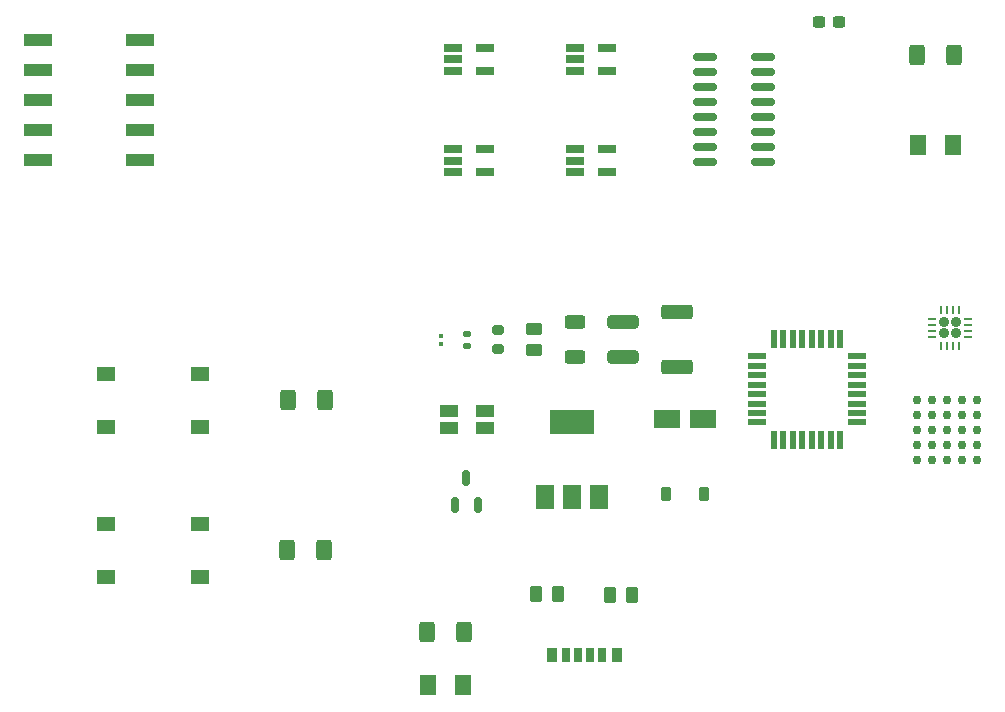
<source format=gbr>
%TF.GenerationSoftware,KiCad,Pcbnew,7.0.10-7.0.10~ubuntu22.04.1*%
%TF.CreationDate,2024-01-07T23:39:05-08:00*%
%TF.ProjectId,smdPracticeBoard,736d6450-7261-4637-9469-6365426f6172,rev?*%
%TF.SameCoordinates,Original*%
%TF.FileFunction,Paste,Top*%
%TF.FilePolarity,Positive*%
%FSLAX46Y46*%
G04 Gerber Fmt 4.6, Leading zero omitted, Abs format (unit mm)*
G04 Created by KiCad (PCBNEW 7.0.10-7.0.10~ubuntu22.04.1) date 2024-01-07 23:39:05*
%MOMM*%
%LPD*%
G01*
G04 APERTURE LIST*
G04 Aperture macros list*
%AMRoundRect*
0 Rectangle with rounded corners*
0 $1 Rounding radius*
0 $2 $3 $4 $5 $6 $7 $8 $9 X,Y pos of 4 corners*
0 Add a 4 corners polygon primitive as box body*
4,1,4,$2,$3,$4,$5,$6,$7,$8,$9,$2,$3,0*
0 Add four circle primitives for the rounded corners*
1,1,$1+$1,$2,$3*
1,1,$1+$1,$4,$5*
1,1,$1+$1,$6,$7*
1,1,$1+$1,$8,$9*
0 Add four rect primitives between the rounded corners*
20,1,$1+$1,$2,$3,$4,$5,0*
20,1,$1+$1,$4,$5,$6,$7,0*
20,1,$1+$1,$6,$7,$8,$9,0*
20,1,$1+$1,$8,$9,$2,$3,0*%
G04 Aperture macros list end*
%ADD10RoundRect,0.250000X-0.400000X-0.625000X0.400000X-0.625000X0.400000X0.625000X-0.400000X0.625000X0*%
%ADD11RoundRect,0.250001X0.462499X0.624999X-0.462499X0.624999X-0.462499X-0.624999X0.462499X-0.624999X0*%
%ADD12R,2.200000X1.600000*%
%ADD13RoundRect,0.225000X0.225000X0.375000X-0.225000X0.375000X-0.225000X-0.375000X0.225000X-0.375000X0*%
%ADD14RoundRect,0.250000X1.075000X-0.362500X1.075000X0.362500X-1.075000X0.362500X-1.075000X-0.362500X0*%
%ADD15RoundRect,0.250000X1.075000X-0.312500X1.075000X0.312500X-1.075000X0.312500X-1.075000X-0.312500X0*%
%ADD16RoundRect,0.250000X0.625000X-0.312500X0.625000X0.312500X-0.625000X0.312500X-0.625000X-0.312500X0*%
%ADD17RoundRect,0.250000X0.450000X-0.262500X0.450000X0.262500X-0.450000X0.262500X-0.450000X-0.262500X0*%
%ADD18RoundRect,0.200000X0.275000X-0.200000X0.275000X0.200000X-0.275000X0.200000X-0.275000X-0.200000X0*%
%ADD19RoundRect,0.062500X-0.062500X-0.275000X0.062500X-0.275000X0.062500X0.275000X-0.062500X0.275000X0*%
%ADD20RoundRect,0.062500X-0.275000X-0.062500X0.275000X-0.062500X0.275000X0.062500X-0.275000X0.062500X0*%
%ADD21RoundRect,0.192500X-0.192500X-0.192500X0.192500X-0.192500X0.192500X0.192500X-0.192500X0.192500X0*%
%ADD22R,1.500000X1.100000*%
%ADD23R,3.800000X2.000000*%
%ADD24R,1.500000X2.000000*%
%ADD25RoundRect,0.150000X0.150000X-0.512500X0.150000X0.512500X-0.150000X0.512500X-0.150000X-0.512500X0*%
%ADD26C,0.750000*%
%ADD27R,1.600000X0.550000*%
%ADD28R,0.550000X1.600000*%
%ADD29RoundRect,0.135000X0.185000X-0.135000X0.185000X0.135000X-0.185000X0.135000X-0.185000X-0.135000X0*%
%ADD30RoundRect,0.079500X0.100500X-0.079500X0.100500X0.079500X-0.100500X0.079500X-0.100500X-0.079500X0*%
%ADD31RoundRect,0.150000X-0.825000X-0.150000X0.825000X-0.150000X0.825000X0.150000X-0.825000X0.150000X0*%
%ADD32R,1.560000X0.650000*%
%ADD33R,1.550000X1.300000*%
%ADD34RoundRect,0.250000X-0.262500X-0.450000X0.262500X-0.450000X0.262500X0.450000X-0.262500X0.450000X0*%
%ADD35RoundRect,0.250000X0.400000X0.625000X-0.400000X0.625000X-0.400000X-0.625000X0.400000X-0.625000X0*%
%ADD36R,2.438400X1.117600*%
%ADD37RoundRect,0.237500X-0.300000X-0.237500X0.300000X-0.237500X0.300000X0.237500X-0.300000X0.237500X0*%
%ADD38RoundRect,0.250000X0.262500X0.450000X-0.262500X0.450000X-0.262500X-0.450000X0.262500X-0.450000X0*%
%ADD39R,0.700000X1.150000*%
%ADD40R,0.800000X1.150000*%
%ADD41R,0.900000X1.150000*%
G04 APERTURE END LIST*
D10*
%TO.C,R3*%
X88845000Y-108520000D03*
X91945000Y-108520000D03*
%TD*%
D11*
%TO.C,D1*%
X91860000Y-112965000D03*
X88885000Y-112965000D03*
%TD*%
D12*
%TO.C,C_POL*%
X112181400Y-90511400D03*
X109181400Y-90511400D03*
%TD*%
D13*
%TO.C,SOD123*%
X112331400Y-96861400D03*
X109031400Y-96861400D03*
%TD*%
D14*
%TO.C,2010*%
X110021000Y-81442500D03*
X110021000Y-86067500D03*
%TD*%
D15*
%TO.C,1210*%
X105463465Y-85217500D03*
X105463465Y-82292500D03*
%TD*%
D16*
%TO.C,1206*%
X101365932Y-85217500D03*
X101365932Y-82292500D03*
%TD*%
D17*
%TO.C,0805*%
X97898399Y-82842500D03*
X97898399Y-84667500D03*
%TD*%
D18*
%TO.C,0603*%
X94820866Y-84580000D03*
X94820866Y-82930000D03*
%TD*%
D19*
%TO.C,QFN16*%
X132373500Y-81222500D03*
X132873500Y-81222500D03*
X133373500Y-81222500D03*
X133873500Y-81222500D03*
D20*
X134636000Y-81985000D03*
X134636000Y-82485000D03*
X134636000Y-82985000D03*
X134636000Y-83485000D03*
D19*
X133873500Y-84247500D03*
X133373500Y-84247500D03*
X132873500Y-84247500D03*
X132373500Y-84247500D03*
D20*
X131611000Y-83485000D03*
X131611000Y-82985000D03*
X131611000Y-82485000D03*
X131611000Y-81985000D03*
D21*
X133598500Y-82260000D03*
X133598500Y-83210000D03*
X132648500Y-83210000D03*
X132648500Y-82260000D03*
%TD*%
D22*
%TO.C,LED3228*%
X90741000Y-91261400D03*
X93741000Y-91261400D03*
X93741000Y-89761400D03*
X90741000Y-89761400D03*
%TD*%
D23*
%TO.C,REF\u002A\u002A*%
X101136200Y-90765000D03*
D24*
X103436200Y-97065000D03*
X101136200Y-97065000D03*
X98836200Y-97065000D03*
%TD*%
D25*
%TO.C,REF\u002A\u002A*%
X91225000Y-97775800D03*
X93125000Y-97775800D03*
X92175000Y-95500800D03*
%TD*%
D26*
%TO.C,BGA-25*%
X135421000Y-93915000D03*
X134151000Y-93915000D03*
X132881000Y-93915000D03*
X131611000Y-93915000D03*
X130341000Y-93915000D03*
X135421000Y-92645000D03*
X134151000Y-92645000D03*
X132881000Y-92645000D03*
X131611000Y-92645000D03*
X130341000Y-92645000D03*
X135421000Y-91375000D03*
X134151000Y-91375000D03*
X132881000Y-91375000D03*
X131611000Y-91375000D03*
X130341000Y-91375000D03*
X135421000Y-90105000D03*
X134151000Y-90105000D03*
X132881000Y-90105000D03*
X131611000Y-90105000D03*
X130341000Y-90105000D03*
X135421000Y-88835000D03*
X134151000Y-88835000D03*
X132881000Y-88835000D03*
X131611000Y-88835000D03*
X130341000Y-88835000D03*
%TD*%
D27*
%TO.C,TQFP-32*%
X116761000Y-85165000D03*
X116761000Y-85965000D03*
X116761000Y-86765000D03*
X116761000Y-87565000D03*
X116761000Y-88365000D03*
X116761000Y-89165000D03*
X116761000Y-89965000D03*
X116761000Y-90765000D03*
D28*
X118211000Y-92215000D03*
X119011000Y-92215000D03*
X119811000Y-92215000D03*
X120611000Y-92215000D03*
X121411000Y-92215000D03*
X122211000Y-92215000D03*
X123011000Y-92215000D03*
X123811000Y-92215000D03*
D27*
X125261000Y-90765000D03*
X125261000Y-89965000D03*
X125261000Y-89165000D03*
X125261000Y-88365000D03*
X125261000Y-87565000D03*
X125261000Y-86765000D03*
X125261000Y-85965000D03*
X125261000Y-85165000D03*
D28*
X123811000Y-83715000D03*
X123011000Y-83715000D03*
X122211000Y-83715000D03*
X121411000Y-83715000D03*
X120611000Y-83715000D03*
X119811000Y-83715000D03*
X119011000Y-83715000D03*
X118211000Y-83715000D03*
%TD*%
D29*
%TO.C,0402*%
X92223333Y-83245000D03*
X92223333Y-84265000D03*
%TD*%
D30*
%TO.C,0201*%
X90005800Y-84100000D03*
X90005800Y-83410000D03*
%TD*%
D31*
%TO.C,U5*%
X112354800Y-59848600D03*
X112354800Y-61118600D03*
X112354800Y-62388600D03*
X112354800Y-63658600D03*
X112354800Y-64928600D03*
X112354800Y-66198600D03*
X112354800Y-67468600D03*
X112354800Y-68738600D03*
X117304800Y-68738600D03*
X117304800Y-67468600D03*
X117304800Y-66198600D03*
X117304800Y-64928600D03*
X117304800Y-63658600D03*
X117304800Y-62388600D03*
X117304800Y-61118600D03*
X117304800Y-59848600D03*
%TD*%
D32*
%TO.C,U1*%
X91026000Y-59081400D03*
X91026000Y-60031400D03*
X91026000Y-60981400D03*
X93726000Y-60981400D03*
X93726000Y-59081400D03*
%TD*%
D33*
%TO.C,SW3*%
X61635000Y-99350000D03*
X69585000Y-99350000D03*
X61635000Y-103850000D03*
X69585000Y-103850000D03*
%TD*%
D34*
%TO.C,R1*%
X98094700Y-105294200D03*
X99919700Y-105294200D03*
%TD*%
D35*
%TO.C,R6*%
X133415000Y-59625000D03*
X130315000Y-59625000D03*
%TD*%
D33*
%TO.C,SW2*%
X61635000Y-86650000D03*
X69585000Y-86650000D03*
X61635000Y-91150000D03*
X69585000Y-91150000D03*
%TD*%
D36*
%TO.C,SW1*%
X64542300Y-58413650D03*
X64542300Y-60953650D03*
X64542300Y-63493650D03*
X64542300Y-66033650D03*
X64542300Y-68573650D03*
X55931700Y-68573650D03*
X55931700Y-66033650D03*
X55931700Y-63493650D03*
X55931700Y-60953650D03*
X55931700Y-58413650D03*
%TD*%
D37*
%TO.C,C1*%
X122022700Y-56881800D03*
X123747700Y-56881800D03*
%TD*%
D32*
%TO.C,U4*%
X104046000Y-67651400D03*
X104046000Y-69551400D03*
X101346000Y-69551400D03*
X101346000Y-68601400D03*
X101346000Y-67651400D03*
%TD*%
%TO.C,U2*%
X101346000Y-59081400D03*
X101346000Y-60031400D03*
X101346000Y-60981400D03*
X104046000Y-60981400D03*
X104046000Y-59081400D03*
%TD*%
%TO.C,U3*%
X91026000Y-67651400D03*
X91026000Y-68601400D03*
X91026000Y-69551400D03*
X93726000Y-69551400D03*
X93726000Y-67651400D03*
%TD*%
D10*
%TO.C,R5*%
X76975000Y-101600000D03*
X80075000Y-101600000D03*
%TD*%
%TO.C,R4*%
X77076600Y-88900000D03*
X80176600Y-88900000D03*
%TD*%
D38*
%TO.C,R2*%
X106168100Y-105345000D03*
X104343100Y-105345000D03*
%TD*%
D39*
%TO.C,J1*%
X101645000Y-110420000D03*
D40*
X103665000Y-110420000D03*
D41*
X104895000Y-110420000D03*
D39*
X102645000Y-110420000D03*
D40*
X100625000Y-110420000D03*
D41*
X99395000Y-110420000D03*
%TD*%
D11*
%TO.C,D2*%
X130400000Y-67245000D03*
X133375000Y-67245000D03*
%TD*%
M02*

</source>
